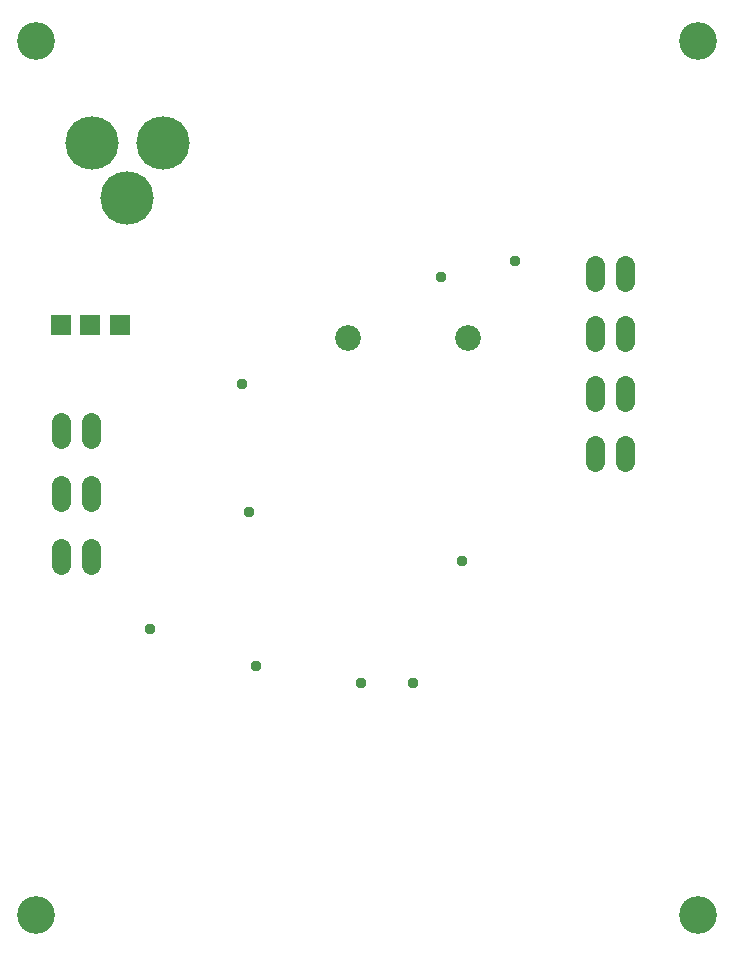
<source format=gbr>
G04 EAGLE Gerber RS-274X export*
G75*
%MOMM*%
%FSLAX34Y34*%
%LPD*%
%INSoldermask Bottom*%
%IPPOS*%
%AMOC8*
5,1,8,0,0,1.08239X$1,22.5*%
G01*
%ADD10C,3.203200*%
%ADD11C,2.184400*%
%ADD12C,4.521200*%
%ADD13C,1.625600*%
%ADD14R,1.711200X1.711200*%
%ADD15C,0.959600*%


D10*
X30000Y770000D03*
X590000Y770000D03*
X590000Y30000D03*
X30000Y30000D03*
D11*
X395500Y519100D03*
X293900Y519100D03*
D12*
X137000Y683900D03*
X77000Y683900D03*
X107000Y636900D03*
D13*
X76200Y447812D02*
X76200Y433588D01*
X50800Y433588D02*
X50800Y447812D01*
X76200Y394312D02*
X76200Y380088D01*
X50800Y380088D02*
X50800Y394312D01*
X76200Y340812D02*
X76200Y326588D01*
X50800Y326588D02*
X50800Y340812D01*
X528500Y565988D02*
X528500Y580212D01*
X503100Y580212D02*
X503100Y565988D01*
X528500Y529412D02*
X528500Y515188D01*
X503100Y515188D02*
X503100Y529412D01*
X528500Y478612D02*
X528500Y464388D01*
X503100Y464388D02*
X503100Y478612D01*
X528500Y427812D02*
X528500Y413588D01*
X503100Y413588D02*
X503100Y427812D01*
D14*
X50800Y529600D03*
X75800Y529600D03*
X100800Y529600D03*
D15*
X216250Y241250D03*
X203750Y480000D03*
X348750Y226250D03*
X372500Y570000D03*
X210000Y371250D03*
X390000Y330000D03*
X305000Y226250D03*
X126250Y272500D03*
X435000Y583750D03*
M02*

</source>
